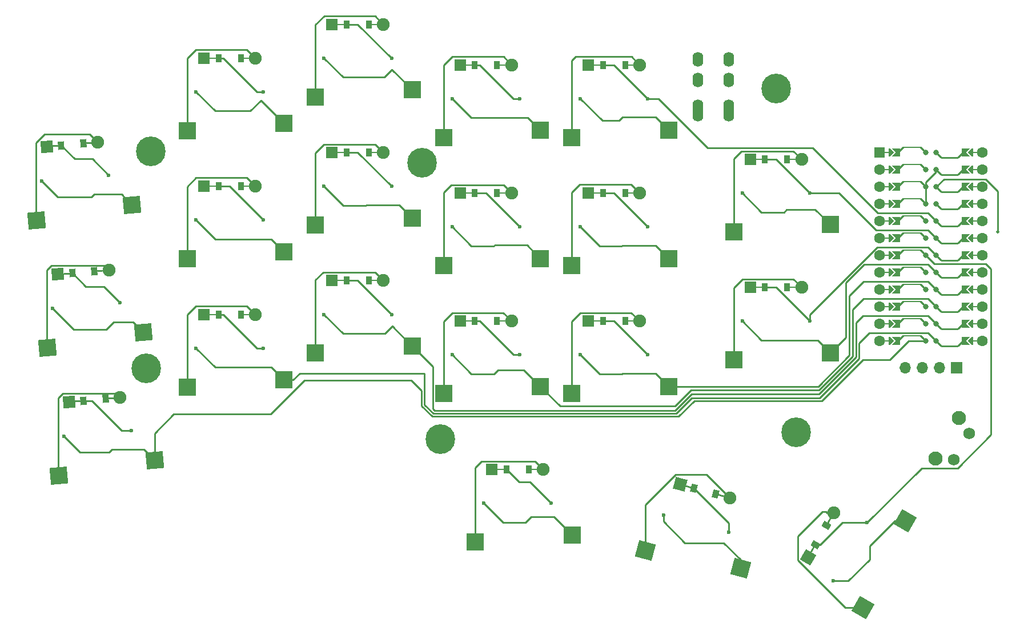
<source format=gbr>
%TF.GenerationSoftware,KiCad,Pcbnew,8.0.0*%
%TF.CreationDate,2024-03-23T03:27:30+01:00*%
%TF.ProjectId,cornish-v1.2,636f726e-6973-4682-9d76-312e322e6b69,v1.0.0*%
%TF.SameCoordinates,Original*%
%TF.FileFunction,Copper,L1,Top*%
%TF.FilePolarity,Positive*%
%FSLAX46Y46*%
G04 Gerber Fmt 4.6, Leading zero omitted, Abs format (unit mm)*
G04 Created by KiCad (PCBNEW 8.0.0) date 2024-03-23 03:27:30*
%MOMM*%
%LPD*%
G01*
G04 APERTURE LIST*
G04 Aperture macros list*
%AMRotRect*
0 Rectangle, with rotation*
0 The origin of the aperture is its center*
0 $1 length*
0 $2 width*
0 $3 Rotation angle, in degrees counterclockwise*
0 Add horizontal line*
21,1,$1,$2,0,0,$3*%
%AMFreePoly0*
4,1,37,1.124386,0.122598,1.169446,0.103934,1.203934,0.069446,1.222598,0.024386,1.222598,-0.024386,1.203934,-0.069446,1.169446,-0.103934,1.124386,-0.122598,0.000000,-0.125000,-0.024386,-0.122598,-0.052633,-0.110896,-0.062500,-0.108253,-0.064962,-0.105790,-0.069446,-0.103934,-0.103934,-0.069446,-0.105790,-0.064962,-0.108253,-0.062500,-0.110896,-0.052633,-0.122598,-0.024386,-0.122598,-0.008964,
-0.125000,0.000000,-0.122598,0.008964,-0.122598,0.024386,-0.110896,0.052633,-0.108253,0.062500,-0.105790,0.064962,-0.103934,0.069446,-0.069446,0.103934,-0.064962,0.105790,-0.062500,0.108253,-0.052633,0.110896,-0.024386,0.122598,-0.008841,0.122630,0.000000,0.125000,0.008703,0.122668,1.100000,0.125000,1.124386,0.122598,1.124386,0.122598,$1*%
%AMFreePoly1*
4,1,5,0.125000,-0.500000,-0.125000,-0.500000,-0.125000,0.500000,0.125000,0.500000,0.125000,-0.500000,0.125000,-0.500000,$1*%
%AMFreePoly2*
4,1,6,0.600000,0.200000,0.000000,-0.400000,-0.600000,0.200000,-0.600000,0.400000,0.600000,0.400000,0.600000,0.200000,0.600000,0.200000,$1*%
%AMFreePoly3*
4,1,6,0.600000,-0.250000,-0.600000,-0.250000,-0.600000,1.000000,0.000000,0.400000,0.600000,1.000000,0.600000,-0.250000,0.600000,-0.250000,$1*%
%AMFreePoly4*
4,1,45,0.069446,4.167933,0.854389,3.386388,0.869934,3.367446,0.888598,3.322386,0.891000,0.766000,0.888598,0.741614,0.869934,0.696554,0.088388,-0.088388,0.069446,-0.103933,0.064963,-0.105789,0.062500,-0.108253,0.052631,-0.110897,0.024387,-0.122598,0.008964,-0.122598,0.000000,-0.125000,-0.008964,-0.122598,-0.024387,-0.122598,-0.052631,-0.110897,-0.062500,-0.108253,-0.064963,-0.105789,
-0.069446,-0.103933,-0.103933,-0.069446,-0.105789,-0.064963,-0.108253,-0.062500,-0.110897,-0.052631,-0.122598,-0.024387,-0.122598,-0.008964,-0.125000,0.000000,-0.122598,0.008964,-0.122598,0.024387,-0.110897,0.052631,-0.108253,0.062500,-0.105789,0.064963,-0.103933,0.069446,0.643328,0.819956,0.641045,3.249334,-0.088388,3.975612,-0.103933,3.994554,-0.122598,4.039613,-0.122598,4.088387,
-0.103933,4.133446,-0.069446,4.167933,-0.024387,4.186598,0.024387,4.186598,0.069446,4.167933,0.069446,4.167933,$1*%
%AMFreePoly5*
4,1,45,0.069446,4.167933,0.850389,3.390388,0.865934,3.371446,0.884598,3.326386,0.887000,0.762000,0.884598,0.737613,0.865934,0.692554,0.088388,-0.088388,0.069446,-0.103933,0.064963,-0.105789,0.062500,-0.108253,0.052631,-0.110897,0.024387,-0.122598,0.008964,-0.122598,0.000000,-0.125000,-0.008964,-0.122598,-0.024387,-0.122598,-0.052631,-0.110897,-0.062500,-0.108253,-0.064963,-0.105789,
-0.069446,-0.103933,-0.103933,-0.069446,-0.105789,-0.064963,-0.108253,-0.062500,-0.110897,-0.052631,-0.122598,-0.024387,-0.122598,-0.008964,-0.125000,0.000000,-0.122598,0.008964,-0.122598,0.024387,-0.110897,0.052631,-0.108253,0.062500,-0.105789,0.064963,-0.103933,0.069446,0.639328,0.815955,0.637045,3.253333,-0.088388,3.975612,-0.103933,3.994554,-0.122598,4.039613,-0.122598,4.088387,
-0.103933,4.133446,-0.069446,4.167933,-0.024387,4.186598,0.024387,4.186598,0.069446,4.167933,0.069446,4.167933,$1*%
G04 Aperture macros list end*
%TA.AperFunction,ComponentPad*%
%ADD10R,1.778000X1.778000*%
%TD*%
%TA.AperFunction,SMDPad,CuDef*%
%ADD11FreePoly0,0.000000*%
%TD*%
%TA.AperFunction,SMDPad,CuDef*%
%ADD12R,0.900000X1.200000*%
%TD*%
%TA.AperFunction,ComponentPad*%
%ADD13C,1.905000*%
%TD*%
%TA.AperFunction,ComponentPad*%
%ADD14C,0.600000*%
%TD*%
%TA.AperFunction,SMDPad,CuDef*%
%ADD15R,2.550000X2.500000*%
%TD*%
%TA.AperFunction,ComponentPad*%
%ADD16RotRect,1.778000X1.778000X345.000000*%
%TD*%
%TA.AperFunction,SMDPad,CuDef*%
%ADD17FreePoly0,345.000000*%
%TD*%
%TA.AperFunction,SMDPad,CuDef*%
%ADD18RotRect,0.900000X1.200000X345.000000*%
%TD*%
%TA.AperFunction,ComponentPad*%
%ADD19O,1.600000X2.200000*%
%TD*%
%TA.AperFunction,SMDPad,CuDef*%
%ADD20RotRect,2.550000X2.500000X5.000000*%
%TD*%
%TA.AperFunction,SMDPad,CuDef*%
%ADD21RotRect,2.550000X2.500000X345.000000*%
%TD*%
%TA.AperFunction,ComponentPad*%
%ADD22C,1.600000*%
%TD*%
%TA.AperFunction,SMDPad,CuDef*%
%ADD23FreePoly1,270.000000*%
%TD*%
%TA.AperFunction,SMDPad,CuDef*%
%ADD24FreePoly2,270.000000*%
%TD*%
%TA.AperFunction,SMDPad,CuDef*%
%ADD25FreePoly2,90.000000*%
%TD*%
%TA.AperFunction,SMDPad,CuDef*%
%ADD26FreePoly1,90.000000*%
%TD*%
%TA.AperFunction,ComponentPad*%
%ADD27R,1.600000X1.600000*%
%TD*%
%TA.AperFunction,SMDPad,CuDef*%
%ADD28FreePoly3,270.000000*%
%TD*%
%TA.AperFunction,SMDPad,CuDef*%
%ADD29FreePoly4,270.000000*%
%TD*%
%TA.AperFunction,ComponentPad*%
%ADD30C,0.800000*%
%TD*%
%TA.AperFunction,SMDPad,CuDef*%
%ADD31FreePoly5,90.000000*%
%TD*%
%TA.AperFunction,SMDPad,CuDef*%
%ADD32FreePoly3,90.000000*%
%TD*%
%TA.AperFunction,ComponentPad*%
%ADD33RotRect,1.778000X1.778000X5.000000*%
%TD*%
%TA.AperFunction,SMDPad,CuDef*%
%ADD34FreePoly0,5.000000*%
%TD*%
%TA.AperFunction,SMDPad,CuDef*%
%ADD35RotRect,0.900000X1.200000X5.000000*%
%TD*%
%TA.AperFunction,ComponentPad*%
%ADD36C,0.700000*%
%TD*%
%TA.AperFunction,ComponentPad*%
%ADD37C,4.400000*%
%TD*%
%TA.AperFunction,ComponentPad*%
%ADD38RotRect,1.778000X1.778000X60.000000*%
%TD*%
%TA.AperFunction,SMDPad,CuDef*%
%ADD39FreePoly0,60.000000*%
%TD*%
%TA.AperFunction,SMDPad,CuDef*%
%ADD40RotRect,0.900000X1.200000X60.000000*%
%TD*%
%TA.AperFunction,ComponentPad*%
%ADD41C,2.100000*%
%TD*%
%TA.AperFunction,ComponentPad*%
%ADD42C,1.750000*%
%TD*%
%TA.AperFunction,SMDPad,CuDef*%
%ADD43RotRect,2.550000X2.500000X60.000000*%
%TD*%
%TA.AperFunction,ComponentPad*%
%ADD44R,1.700000X1.700000*%
%TD*%
%TA.AperFunction,ComponentPad*%
%ADD45O,1.700000X1.700000*%
%TD*%
%TA.AperFunction,ViaPad*%
%ADD46C,0.500000*%
%TD*%
%TA.AperFunction,Conductor*%
%ADD47C,0.250000*%
%TD*%
G04 APERTURE END LIST*
D10*
%TO.P,D12,1*%
%TO.N,P21*%
X198806126Y-101251688D03*
D11*
X199616126Y-101251688D03*
D12*
X200966126Y-101251688D03*
%TO.P,D12,2*%
%TO.N,index_top*%
X204266126Y-101251688D03*
D11*
X204516126Y-101251688D03*
D13*
X206426126Y-101251688D03*
%TD*%
D14*
%TO.P,REF\u002A\u002A,1*%
%TO.N,P15*%
X216616126Y-106251688D03*
%TD*%
D15*
%TO.P,S5,1*%
%TO.N,P10*%
X172686127Y-128951688D03*
%TO.P,S5,2*%
%TO.N,ring_home*%
X158346127Y-130001688D03*
%TD*%
D10*
%TO.P,D20,1*%
%TO.N,P20*%
X241806127Y-115251688D03*
D11*
X242616127Y-115251688D03*
D12*
X243966127Y-115251688D03*
%TO.P,D20,2*%
%TO.N,media_two*%
X247266127Y-115251688D03*
D11*
X247516127Y-115251688D03*
D13*
X249426127Y-115251688D03*
%TD*%
D14*
%TO.P,REF\u002A\u002A,1*%
%TO.N,P20*%
X226616126Y-125251688D03*
%TD*%
D10*
%TO.P,D13,1*%
%TO.N,P19*%
X217806126Y-139251688D03*
D11*
X218616126Y-139251688D03*
D12*
X219966126Y-139251688D03*
%TO.P,D13,2*%
%TO.N,index2_bottom*%
X223266126Y-139251688D03*
D11*
X223516126Y-139251688D03*
D13*
X225426126Y-139251688D03*
%TD*%
D14*
%TO.P,REF\u002A\u002A,1*%
%TO.N,P20*%
X207616126Y-125251688D03*
%TD*%
D15*
%TO.P,S20,1*%
%TO.N,P18*%
X253686126Y-124951688D03*
%TO.P,S20,2*%
%TO.N,media_two*%
X239346126Y-126001688D03*
%TD*%
D10*
%TO.P,D9,1*%
%TO.N,P21*%
X179806126Y-95251688D03*
D11*
X180616126Y-95251688D03*
D12*
X181966126Y-95251688D03*
%TO.P,D9,2*%
%TO.N,middle_top*%
X185266126Y-95251688D03*
D11*
X185516126Y-95251688D03*
D13*
X187426126Y-95251688D03*
%TD*%
D14*
%TO.P,REF\u002A\u002A,1*%
%TO.N,P20*%
X250616126Y-120251688D03*
%TD*%
D10*
%TO.P,D6,1*%
%TO.N,P21*%
X160806126Y-100251688D03*
D11*
X161616126Y-100251688D03*
D12*
X162966126Y-100251688D03*
%TO.P,D6,2*%
%TO.N,ring_top*%
X166266126Y-100251688D03*
D11*
X166516126Y-100251688D03*
D13*
X168426126Y-100251688D03*
%TD*%
D10*
%TO.P,D7,1*%
%TO.N,P19*%
X179806126Y-133251688D03*
D11*
X180616126Y-133251688D03*
D12*
X181966126Y-133251688D03*
%TO.P,D7,2*%
%TO.N,middle_bottom*%
X185266126Y-133251688D03*
D11*
X185516126Y-133251688D03*
D13*
X187426126Y-133251688D03*
%TD*%
D14*
%TO.P,REF\u002A\u002A,1*%
%TO.N,P16*%
X178616127Y-138251688D03*
%TD*%
D16*
%TO.P,D17,1*%
%TO.N,P4*%
X231398632Y-163472435D03*
D17*
X232181032Y-163682080D03*
D18*
X233485030Y-164031485D03*
%TO.P,D17,2*%
%TO.N,layer_cluster*%
X236672588Y-164885589D03*
D17*
X236914067Y-164950293D03*
D13*
X238758986Y-165444639D03*
%TD*%
D14*
%TO.P,REF\u002A\u002A,1*%
%TO.N,P19*%
X188616126Y-138251688D03*
%TD*%
%TO.P,REF\u002A\u002A,1*%
%TO.N,P9*%
X138395740Y-137396495D03*
%TD*%
%TO.P,REF\u002A\u002A,1*%
%TO.N,P18*%
X254128009Y-177785275D03*
%TD*%
D19*
%TO.P,TRRS1,1*%
%TO.N,GND*%
X234016126Y-108551688D03*
X238616126Y-108551688D03*
%TO.P,TRRS1,2*%
X234016126Y-107451688D03*
X238616126Y-107451687D03*
%TO.P,TRRS1,3*%
%TO.N,P1*%
X234016126Y-103451688D03*
X238616126Y-103451688D03*
%TO.P,TRRS1,4*%
%TO.N,VCC*%
X234016126Y-100451688D03*
X238616126Y-100451688D03*
%TD*%
D10*
%TO.P,D4,1*%
%TO.N,P19*%
X160806126Y-138251688D03*
D11*
X161616126Y-138251688D03*
D12*
X162966126Y-138251688D03*
%TO.P,D4,2*%
%TO.N,ring_bottom*%
X166266126Y-138251688D03*
D11*
X166516126Y-138251688D03*
D13*
X168426126Y-138251688D03*
%TD*%
D14*
%TO.P,REF\u002A\u002A,1*%
%TO.N,P21*%
X188616126Y-100251688D03*
%TD*%
D20*
%TO.P,S1,1*%
%TO.N,P9*%
X153481596Y-159867183D03*
%TO.P,S1,2*%
%TO.N,pinky_bottom*%
X139287677Y-162163001D03*
%TD*%
D10*
%TO.P,D5,1*%
%TO.N,P20*%
X160806126Y-119251688D03*
D11*
X161616126Y-119251688D03*
D12*
X162966126Y-119251688D03*
%TO.P,D5,2*%
%TO.N,ring_home*%
X166266126Y-119251688D03*
D11*
X166516126Y-119251688D03*
D13*
X168426126Y-119251688D03*
%TD*%
D21*
%TO.P,S17,1*%
%TO.N,P15*%
X240363286Y-175916687D03*
%TO.P,S17,2*%
%TO.N,layer_cluster*%
X226240150Y-173219444D03*
%TD*%
D10*
%TO.P,D15,1*%
%TO.N,P21*%
X217806126Y-101251688D03*
D11*
X218616126Y-101251688D03*
D12*
X219966126Y-101251688D03*
%TO.P,D15,2*%
%TO.N,index2_top*%
X223266126Y-101251688D03*
D11*
X223516126Y-101251688D03*
D13*
X225426126Y-101251688D03*
%TD*%
D10*
%TO.P,D16,1*%
%TO.N,P4*%
X203506126Y-161251688D03*
D11*
X204316126Y-161251688D03*
D12*
X205666126Y-161251688D03*
%TO.P,D16,2*%
%TO.N,mod_cluster*%
X208966126Y-161251688D03*
D11*
X209216126Y-161251688D03*
D13*
X211126126Y-161251688D03*
%TD*%
D14*
%TO.P,REF\u002A\u002A,1*%
%TO.N,P4*%
X238614343Y-170582261D03*
%TD*%
D22*
%TO.P,_41,*%
%TO.N,*%
X276236125Y-114281688D03*
D23*
X274966126Y-114281688D03*
D24*
X274458126Y-114281688D03*
D25*
X262774126Y-114281688D03*
D26*
X262266126Y-114281688D03*
D22*
X260996126Y-114281688D03*
D27*
X260996126Y-114281688D03*
D22*
X276236126Y-116821688D03*
D23*
X274966126Y-116821688D03*
D24*
X274458126Y-116821688D03*
D25*
X262774126Y-116821688D03*
D26*
X262266126Y-116821688D03*
D22*
X260996126Y-116821688D03*
X276236126Y-119361688D03*
D23*
X274966126Y-119361688D03*
D24*
X274458126Y-119361688D03*
D25*
X262774126Y-119361688D03*
D26*
X262266126Y-119361688D03*
D22*
X260996126Y-119361688D03*
X260996126Y-121901687D03*
X276236126Y-121901688D03*
D24*
X274458126Y-121901688D03*
D25*
X262774126Y-121901688D03*
D26*
X262266127Y-121901688D03*
D23*
X274966126Y-121901689D03*
D22*
X276236126Y-124441688D03*
D23*
X274966126Y-124441688D03*
D24*
X274458126Y-124441688D03*
D25*
X262774125Y-124441688D03*
D26*
X262266126Y-124441688D03*
D22*
X260996126Y-124441688D03*
X276236126Y-126981688D03*
D23*
X274966126Y-126981688D03*
D24*
X274458126Y-126981688D03*
D25*
X262774126Y-126981688D03*
D26*
X262266126Y-126981688D03*
D22*
X260996126Y-126981688D03*
X276236126Y-129521688D03*
D23*
X274966126Y-129521688D03*
D24*
X274458126Y-129521688D03*
D25*
X262774126Y-129521688D03*
D26*
X262266126Y-129521688D03*
D22*
X260996126Y-129521688D03*
X276236126Y-132061688D03*
D23*
X274966126Y-132061688D03*
D24*
X274458127Y-132061688D03*
D25*
X262774126Y-132061688D03*
D26*
X262266126Y-132061688D03*
D22*
X260996126Y-132061688D03*
D26*
X262266126Y-134601687D03*
D23*
X274966125Y-134601688D03*
D24*
X274458126Y-134601688D03*
D25*
X262774126Y-134601688D03*
D22*
X260996126Y-134601688D03*
X276236126Y-134601689D03*
X276236126Y-137141688D03*
D23*
X274966126Y-137141688D03*
D24*
X274458126Y-137141688D03*
D25*
X262774126Y-137141688D03*
D26*
X262266126Y-137141688D03*
D22*
X260996126Y-137141688D03*
X276236126Y-139681688D03*
D23*
X274966126Y-139681688D03*
D24*
X274458126Y-139681688D03*
D25*
X262774126Y-139681688D03*
D26*
X262266126Y-139681688D03*
D22*
X260996126Y-139681688D03*
X276236126Y-142221688D03*
D23*
X274966126Y-142221688D03*
D24*
X274458126Y-142221688D03*
D25*
X262774126Y-142221688D03*
D26*
X262266126Y-142221688D03*
D22*
X260996127Y-142221688D03*
D28*
%TO.P,_41,1*%
%TO.N,RAW*%
X273442126Y-114281688D03*
D29*
X269378126Y-114281688D03*
D30*
X269378126Y-114281688D03*
D28*
%TO.P,_41,2*%
%TO.N,GND*%
X273442126Y-116821688D03*
D29*
X269378126Y-116821688D03*
D30*
X269378126Y-116821688D03*
D28*
%TO.P,_41,3*%
%TO.N,RST*%
X273442126Y-119361688D03*
D29*
X269378126Y-119361688D03*
D30*
X269378126Y-119361688D03*
D28*
%TO.P,_41,4*%
%TO.N,VCC*%
X273442126Y-121901688D03*
D29*
X269378126Y-121901689D03*
D30*
X269378126Y-121901689D03*
D28*
%TO.P,_41,5*%
%TO.N,P21*%
X273442126Y-124441688D03*
D29*
X269378126Y-124441688D03*
D30*
X269378126Y-124441688D03*
D28*
%TO.P,_41,6*%
%TO.N,P20*%
X273442126Y-126981688D03*
D29*
X269378126Y-126981688D03*
D30*
X269378126Y-126981688D03*
D28*
%TO.P,_41,7*%
%TO.N,P19*%
X273442126Y-129521688D03*
D29*
X269378126Y-129521688D03*
D30*
X269378126Y-129521688D03*
D28*
%TO.P,_41,8*%
%TO.N,P18*%
X273442126Y-132061688D03*
D29*
X269378126Y-132061688D03*
D30*
X269378126Y-132061688D03*
D28*
%TO.P,_41,9*%
%TO.N,P15*%
X273442126Y-134601688D03*
D29*
X269378127Y-134601688D03*
D30*
X269378127Y-134601688D03*
D28*
%TO.P,_41,10*%
%TO.N,P14*%
X273442126Y-137141688D03*
D29*
X269378126Y-137141688D03*
D30*
X269378126Y-137141688D03*
D28*
%TO.P,_41,11*%
%TO.N,P16*%
X273442126Y-139681688D03*
D29*
X269378126Y-139681688D03*
D30*
X269378126Y-139681688D03*
D29*
%TO.P,_41,12*%
%TO.N,P10*%
X269378126Y-142221688D03*
D30*
X269378126Y-142221688D03*
D28*
X273442126Y-142221689D03*
D31*
%TO.P,_41,13*%
%TO.N,P9*%
X267854126Y-142221688D03*
D30*
X267854126Y-142221688D03*
D32*
X263790126Y-142221688D03*
D31*
%TO.P,_41,14*%
%TO.N,P8*%
X267854126Y-139681688D03*
D30*
X267854126Y-139681688D03*
D32*
X263790126Y-139681688D03*
D31*
%TO.P,_41,15*%
%TO.N,P7*%
X267854126Y-137141688D03*
D30*
X267854126Y-137141688D03*
D32*
X263790126Y-137141688D03*
D31*
%TO.P,_41,16*%
%TO.N,P6*%
X267854126Y-134601687D03*
D30*
X267854126Y-134601687D03*
D32*
X263790126Y-134601688D03*
D31*
%TO.P,_41,17*%
%TO.N,P5*%
X267854126Y-132061688D03*
D30*
X267854126Y-132061688D03*
D32*
X263790126Y-132061688D03*
D31*
%TO.P,_41,18*%
%TO.N,P4*%
X267854126Y-129521688D03*
D30*
X267854126Y-129521688D03*
D32*
X263790126Y-129521688D03*
D31*
%TO.P,_41,19*%
%TO.N,P3*%
X267854126Y-126981688D03*
D30*
X267854126Y-126981688D03*
D32*
X263790126Y-126981688D03*
D31*
%TO.P,_41,20*%
%TO.N,P2*%
X267854126Y-124441688D03*
D30*
X267854126Y-124441688D03*
D32*
X263790126Y-124441688D03*
D31*
%TO.P,_41,21*%
%TO.N,GND*%
X267854125Y-121901688D03*
D30*
X267854125Y-121901688D03*
D32*
X263790126Y-121901688D03*
D31*
%TO.P,_41,22*%
X267854126Y-119361688D03*
D30*
X267854126Y-119361688D03*
D32*
X263790126Y-119361688D03*
D31*
%TO.P,_41,23*%
%TO.N,P0*%
X267854126Y-116821688D03*
D30*
X267854126Y-116821688D03*
D32*
X263790126Y-116821688D03*
%TO.P,_41,24*%
%TO.N,P1*%
X263790126Y-114281687D03*
D31*
X267854126Y-114281688D03*
D30*
X267854126Y-114281688D03*
%TD*%
D14*
%TO.P,REF\u002A\u002A,1*%
%TO.N,P10*%
X159616127Y-105251688D03*
%TD*%
D33*
%TO.P,D1,1*%
%TO.N,P19*%
X140801392Y-151239505D03*
D34*
X141608310Y-151168910D03*
D35*
X142953173Y-151051249D03*
%TO.P,D1,2*%
%TO.N,pinky_bottom*%
X146240615Y-150763635D03*
D34*
X146489664Y-150741846D03*
D13*
X148392396Y-150575379D03*
%TD*%
D14*
%TO.P,REF\u002A\u002A,1*%
%TO.N,P4*%
X212316126Y-166251688D03*
%TD*%
%TO.P,REF\u002A\u002A,1*%
%TO.N,P19*%
X150013647Y-155452636D03*
%TD*%
%TO.P,REF\u002A\u002A,1*%
%TO.N,P19*%
X169616126Y-143251688D03*
%TD*%
%TO.P,REF\u002A\u002A,1*%
%TO.N,P14*%
X202316126Y-166251688D03*
%TD*%
D10*
%TO.P,D10,1*%
%TO.N,P19*%
X198806126Y-139251688D03*
D11*
X199616126Y-139251688D03*
D12*
X200966126Y-139251688D03*
%TO.P,D10,2*%
%TO.N,index_bottom*%
X204266126Y-139251688D03*
D11*
X204516126Y-139251688D03*
D13*
X206426126Y-139251688D03*
%TD*%
D14*
%TO.P,REF\u002A\u002A,1*%
%TO.N,P14*%
X197616126Y-125251688D03*
%TD*%
%TO.P,REF\u002A\u002A,1*%
%TO.N,P21*%
X169616126Y-105251688D03*
%TD*%
%TO.P,REF\u002A\u002A,1*%
%TO.N,P15*%
X216616126Y-125251688D03*
%TD*%
D15*
%TO.P,S4,1*%
%TO.N,P10*%
X172686127Y-147951688D03*
%TO.P,S4,2*%
%TO.N,ring_bottom*%
X158346127Y-149001688D03*
%TD*%
D14*
%TO.P,REF\u002A\u002A,1*%
%TO.N,P10*%
X159616127Y-124251688D03*
%TD*%
%TO.P,REF\u002A\u002A,1*%
%TO.N,P18*%
X240616126Y-120251688D03*
%TD*%
D15*
%TO.P,S8,1*%
%TO.N,P16*%
X191686127Y-123951688D03*
%TO.P,S8,2*%
%TO.N,middle_home*%
X177346127Y-125001688D03*
%TD*%
D14*
%TO.P,REF\u002A\u002A,1*%
%TO.N,P9*%
X140051700Y-156324194D03*
%TD*%
%TO.P,REF\u002A\u002A,1*%
%TO.N,P19*%
X226616126Y-144251688D03*
%TD*%
D15*
%TO.P,S12,1*%
%TO.N,P14*%
X210686126Y-110951688D03*
%TO.P,S12,2*%
%TO.N,index_top*%
X196346126Y-112001688D03*
%TD*%
D36*
%TO.P,_46,*%
%TO.N,*%
X194166126Y-156751688D03*
X194649400Y-155584962D03*
X194649400Y-157918414D03*
X195816126Y-155101688D03*
D37*
X195816126Y-156751688D03*
D36*
X195816126Y-158401688D03*
X196982852Y-155584962D03*
X196982852Y-157918414D03*
X197466126Y-156751688D03*
%TD*%
%TO.P,_44,*%
%TO.N,*%
X150574108Y-146369224D03*
X151157229Y-147489390D03*
X150953856Y-145164817D03*
X152074022Y-144581696D03*
D37*
X152217829Y-146225417D03*
D36*
X152361636Y-147869138D03*
X153481802Y-147286017D03*
X153278429Y-144961444D03*
X153861550Y-146081610D03*
%TD*%
D10*
%TO.P,D11,1*%
%TO.N,P20*%
X198806126Y-120251688D03*
D11*
X199616126Y-120251688D03*
D12*
X200966126Y-120251688D03*
%TO.P,D11,2*%
%TO.N,index_home*%
X204266126Y-120251688D03*
D11*
X204516126Y-120251688D03*
D13*
X206426126Y-120251688D03*
%TD*%
D15*
%TO.P,S15,1*%
%TO.N,P15*%
X229686126Y-110951688D03*
%TO.P,S15,2*%
%TO.N,index2_top*%
X215346126Y-112001688D03*
%TD*%
D14*
%TO.P,REF\u002A\u002A,1*%
%TO.N,P19*%
X207616126Y-144251688D03*
%TD*%
D10*
%TO.P,D19,1*%
%TO.N,P19*%
X241806127Y-134251688D03*
D11*
X242616127Y-134251688D03*
D12*
X243966127Y-134251688D03*
%TO.P,D19,2*%
%TO.N,media_one*%
X247266127Y-134251688D03*
D11*
X247516127Y-134251688D03*
D13*
X249426127Y-134251688D03*
%TD*%
D15*
%TO.P,S13,1*%
%TO.N,P15*%
X229686126Y-148951688D03*
%TO.P,S13,2*%
%TO.N,index2_bottom*%
X215346126Y-150001688D03*
%TD*%
%TO.P,S19,1*%
%TO.N,P18*%
X253686126Y-143951688D03*
%TO.P,S19,2*%
%TO.N,media_one*%
X239346126Y-145001688D03*
%TD*%
D38*
%TO.P,D18,1*%
%TO.N,P4*%
X250392882Y-174254705D03*
D39*
X250797882Y-173553225D03*
D40*
X251472882Y-172384091D03*
%TO.P,D18,2*%
%TO.N,space_cluster*%
X253122882Y-169526207D03*
D39*
X253247882Y-169309701D03*
D13*
X254202882Y-167655593D03*
%TD*%
D36*
%TO.P,_47,*%
%TO.N,*%
X243966126Y-104751688D03*
X244449400Y-103584962D03*
X244449400Y-105918414D03*
X245616126Y-103101688D03*
D37*
X245616126Y-104751688D03*
D36*
X245616126Y-106401688D03*
X246782852Y-103584962D03*
X246782852Y-105918414D03*
X247266126Y-104751688D03*
%TD*%
D14*
%TO.P,REF\u002A\u002A,1*%
%TO.N,P21*%
X146701728Y-117597238D03*
%TD*%
D15*
%TO.P,S6,1*%
%TO.N,P10*%
X172686126Y-109951688D03*
%TO.P,S6,2*%
%TO.N,ring_top*%
X158346126Y-111001688D03*
%TD*%
%TO.P,S7,1*%
%TO.N,P16*%
X191686127Y-142951688D03*
%TO.P,S7,2*%
%TO.N,middle_bottom*%
X177346127Y-144001688D03*
%TD*%
%TO.P,S9,1*%
%TO.N,P16*%
X191686127Y-104951688D03*
%TO.P,S9,2*%
%TO.N,middle_top*%
X177346127Y-106001688D03*
%TD*%
D14*
%TO.P,REF\u002A\u002A,1*%
%TO.N,P20*%
X188616126Y-119251688D03*
%TD*%
%TO.P,REF\u002A\u002A,1*%
%TO.N,P19*%
X250616126Y-139251688D03*
%TD*%
%TO.P,REF\u002A\u002A,1*%
%TO.N,P4*%
X259128009Y-169125021D03*
%TD*%
%TO.P,REF\u002A\u002A,1*%
%TO.N,P15*%
X216616126Y-144251688D03*
%TD*%
D33*
%TO.P,D2,1*%
%TO.N,P20*%
X139145433Y-132311805D03*
D34*
X139952351Y-132241210D03*
D35*
X141297214Y-132123549D03*
%TO.P,D2,2*%
%TO.N,pinky_home*%
X144584656Y-131835935D03*
D34*
X144833705Y-131814146D03*
D13*
X146736437Y-131647679D03*
%TD*%
D10*
%TO.P,D14,1*%
%TO.N,P20*%
X217806126Y-120251688D03*
D11*
X218616126Y-120251688D03*
D12*
X219966126Y-120251688D03*
%TO.P,D14,2*%
%TO.N,index2_home*%
X223266126Y-120251688D03*
D11*
X223516126Y-120251688D03*
D13*
X225426126Y-120251688D03*
%TD*%
D14*
%TO.P,REF\u002A\u002A,1*%
%TO.N,P9*%
X136739781Y-118468796D03*
%TD*%
%TO.P,REF\u002A\u002A,1*%
%TO.N,P14*%
X197616126Y-144251688D03*
%TD*%
%TO.P,REF\u002A\u002A,1*%
%TO.N,P18*%
X240616126Y-139251688D03*
%TD*%
%TO.P,REF\u002A\u002A,1*%
%TO.N,P21*%
X226616126Y-106251688D03*
%TD*%
%TO.P,REF\u002A\u002A,1*%
%TO.N,P14*%
X197616126Y-106251688D03*
%TD*%
%TO.P,REF\u002A\u002A,1*%
%TO.N,P16*%
X178616127Y-119251688D03*
%TD*%
D36*
%TO.P,_48,*%
%TO.N,*%
X246966126Y-155751688D03*
X247449400Y-154584962D03*
X247449400Y-156918414D03*
X248616126Y-154101688D03*
D37*
X248616126Y-155751688D03*
D36*
X248616126Y-157401688D03*
X249782852Y-154584962D03*
X249782852Y-156918414D03*
X250266126Y-155751688D03*
%TD*%
D15*
%TO.P,S10,1*%
%TO.N,P14*%
X210686126Y-148951688D03*
%TO.P,S10,2*%
%TO.N,index_bottom*%
X196346126Y-150001688D03*
%TD*%
%TO.P,S16,1*%
%TO.N,P14*%
X215386126Y-170951688D03*
%TO.P,S16,2*%
%TO.N,mod_cluster*%
X201046126Y-172001688D03*
%TD*%
D41*
%TO.P,_42,*%
%TO.N,*%
X272725772Y-153593009D03*
X269220772Y-159663846D03*
D42*
%TO.P,_42,1*%
%TO.N,GND*%
X274257174Y-155920539D03*
%TO.P,_42,2*%
%TO.N,RST*%
X272007175Y-159817653D03*
%TD*%
D20*
%TO.P,S3,1*%
%TO.N,P9*%
X150169678Y-122011785D03*
%TO.P,S3,2*%
%TO.N,pinky_top*%
X135975759Y-124307603D03*
%TD*%
D14*
%TO.P,REF\u002A\u002A,1*%
%TO.N,P20*%
X148357688Y-136524937D03*
%TD*%
%TO.P,REF\u002A\u002A,1*%
%TO.N,P20*%
X169616126Y-124251688D03*
%TD*%
D20*
%TO.P,S2,1*%
%TO.N,P9*%
X151825637Y-140939485D03*
%TO.P,S2,2*%
%TO.N,pinky_home*%
X137631718Y-143235303D03*
%TD*%
D10*
%TO.P,D8,1*%
%TO.N,P20*%
X179806126Y-114251688D03*
D11*
X180616126Y-114251688D03*
D12*
X181966126Y-114251688D03*
%TO.P,D8,2*%
%TO.N,middle_home*%
X185266126Y-114251688D03*
D11*
X185516126Y-114251688D03*
D13*
X187426126Y-114251688D03*
%TD*%
D14*
%TO.P,REF\u002A\u002A,1*%
%TO.N,P10*%
X159616126Y-143251687D03*
%TD*%
D43*
%TO.P,S18,1*%
%TO.N,P18*%
X264733328Y-168816323D03*
%TO.P,S18,2*%
%TO.N,space_cluster*%
X258472655Y-181760128D03*
%TD*%
D33*
%TO.P,D3,1*%
%TO.N,P21*%
X137489474Y-113384107D03*
D34*
X138296392Y-113313512D03*
D35*
X139641255Y-113195851D03*
%TO.P,D3,2*%
%TO.N,pinky_top*%
X142928697Y-112908237D03*
D34*
X143177746Y-112886448D03*
D13*
X145080478Y-112719981D03*
%TD*%
D36*
%TO.P,_45,*%
%TO.N,*%
X191466127Y-115751688D03*
X191949401Y-114584962D03*
X191949401Y-116918414D03*
X193116127Y-114101688D03*
D37*
X193116127Y-115751688D03*
D36*
X193116127Y-117401688D03*
X194282853Y-114584962D03*
X194282853Y-116918414D03*
X194766127Y-115751688D03*
%TD*%
D15*
%TO.P,S14,1*%
%TO.N,P15*%
X229686126Y-129951688D03*
%TO.P,S14,2*%
%TO.N,index2_home*%
X215346126Y-131001688D03*
%TD*%
D36*
%TO.P,_43,*%
%TO.N,*%
X151271806Y-114185948D03*
X151854927Y-115306114D03*
X151651554Y-112981541D03*
X152771720Y-112398420D03*
D37*
X152915527Y-114042141D03*
D36*
X153059334Y-115685862D03*
X154179500Y-115102741D03*
X153976127Y-112778168D03*
X154559248Y-113898334D03*
%TD*%
D15*
%TO.P,S11,1*%
%TO.N,P14*%
X210686126Y-129951688D03*
%TO.P,S11,2*%
%TO.N,index_home*%
X196346126Y-131001688D03*
%TD*%
D14*
%TO.P,REF\u002A\u002A,1*%
%TO.N,P21*%
X207616126Y-106251688D03*
%TD*%
%TO.P,REF\u002A\u002A,1*%
%TO.N,P15*%
X228955085Y-167994071D03*
%TD*%
D44*
%TO.P,OLED1,1*%
%TO.N,GND*%
X272416127Y-146151688D03*
D45*
%TO.P,OLED1,2*%
%TO.N,VCC*%
X269876126Y-146151688D03*
%TO.P,OLED1,3*%
%TO.N,P3*%
X267336126Y-146151688D03*
%TO.P,OLED1,4*%
%TO.N,P2*%
X264796126Y-146151688D03*
%TD*%
D14*
%TO.P,REF\u002A\u002A,1*%
%TO.N,P16*%
X178616127Y-100251688D03*
%TD*%
D46*
%TO.N,RST*%
X278500000Y-125975000D03*
%TD*%
D47*
%TO.N,GND*%
X267854126Y-119361688D02*
X267854125Y-121901688D01*
X269378126Y-116821688D02*
X269378126Y-117121874D01*
X269378126Y-117121874D02*
X267854126Y-118645874D01*
X267854126Y-118645874D02*
X267854126Y-119361688D01*
%TO.N,RST*%
X278500000Y-125975000D02*
X278500000Y-120034571D01*
X278500000Y-120034571D02*
X276702117Y-118236688D01*
X276702117Y-118236688D02*
X270503126Y-118236688D01*
X270503126Y-118236688D02*
X269378126Y-119361688D01*
%TO.N,P9*%
X231186396Y-153400000D02*
X233500000Y-151086396D01*
X193050000Y-149513755D02*
X193050000Y-151822792D01*
X156330297Y-153049271D02*
X170695702Y-153049271D01*
X175744973Y-148000000D02*
X191536245Y-148000000D01*
X153481596Y-159867183D02*
X153481596Y-155897972D01*
X170695702Y-153049271D02*
X175744973Y-148000000D01*
X194627208Y-153400000D02*
X231186396Y-153400000D01*
X193050000Y-151822792D02*
X194627208Y-153400000D01*
X233500000Y-151086396D02*
X252413604Y-151086396D01*
X153481596Y-155897972D02*
X156330297Y-153049271D01*
X191536245Y-148000000D02*
X193050000Y-149513755D01*
X258500000Y-145000000D02*
X262500000Y-145000000D01*
X252413604Y-151086396D02*
X258500000Y-145000000D01*
X262500000Y-145000000D02*
X265278312Y-142221688D01*
X265278312Y-142221688D02*
X267854126Y-142221688D01*
%TO.N,P10*%
X252085606Y-150636396D02*
X257950000Y-144772002D01*
X233136396Y-150636396D02*
X252085606Y-150636396D01*
X174048312Y-147951688D02*
X175000000Y-147000000D01*
X172686127Y-147951688D02*
X174048312Y-147951688D01*
X257950000Y-144772002D02*
X257950000Y-142500000D01*
X194813604Y-152950000D02*
X230822792Y-152950000D01*
X257950000Y-142500000D02*
X259445312Y-141004688D01*
X175000000Y-147000000D02*
X193500000Y-147000000D01*
X193500000Y-147000000D02*
X193500000Y-151636396D01*
X193500000Y-151636396D02*
X194813604Y-152950000D01*
X230822792Y-152950000D02*
X233136396Y-150636396D01*
X259445312Y-141004688D02*
X268161126Y-141004688D01*
X268161126Y-141004688D02*
X269378126Y-142221688D01*
%TO.N,P16*%
X191686127Y-142951688D02*
X194746126Y-146011687D01*
X252017408Y-150068198D02*
X257500000Y-144585606D01*
X268161126Y-138464688D02*
X269378126Y-139681688D01*
X194746126Y-146011687D02*
X194746126Y-152246126D01*
X257500000Y-144585606D02*
X257500000Y-139500000D01*
X194746126Y-152246126D02*
X195000000Y-152500000D01*
X195000000Y-152500000D02*
X230636396Y-152500000D01*
X230636396Y-152500000D02*
X233068198Y-150068198D01*
X233068198Y-150068198D02*
X252017408Y-150068198D01*
X257500000Y-139500000D02*
X258535312Y-138464688D01*
X258535312Y-138464688D02*
X268161126Y-138464688D01*
%TO.N,P10*%
X172686127Y-147951688D02*
X173042538Y-147595277D01*
%TO.N,P14*%
X251949210Y-149500000D02*
X257000000Y-144449210D01*
X233000000Y-149500000D02*
X251949210Y-149500000D01*
X210686126Y-148951688D02*
X213611126Y-151876688D01*
X257000000Y-137500000D02*
X258575312Y-135924688D01*
X213611126Y-151876688D02*
X230623312Y-151876688D01*
X257000000Y-144449210D02*
X257000000Y-137500000D01*
X230623312Y-151876688D02*
X233000000Y-149500000D01*
X258575312Y-135924688D02*
X268161126Y-135924688D01*
X268161126Y-135924688D02*
X269378126Y-137141688D01*
%TO.N,P15*%
X256500000Y-144312814D02*
X256500000Y-135500000D01*
X251861126Y-148951688D02*
X256500000Y-144312814D01*
X256500000Y-135500000D02*
X258615313Y-133384687D01*
X229686126Y-148951688D02*
X251861126Y-148951688D01*
X258615313Y-133384687D02*
X268161126Y-133384687D01*
X268161126Y-133384687D02*
X269378127Y-134601688D01*
%TO.N,P18*%
X253686126Y-143951688D02*
X256000000Y-141637814D01*
X268161126Y-130844688D02*
X269378126Y-132061688D01*
X256000000Y-141637814D02*
X256000000Y-133563219D01*
X256000000Y-133563219D02*
X258718531Y-130844688D01*
X258718531Y-130844688D02*
X268161126Y-130844688D01*
%TO.N,P4*%
X259128009Y-169125021D02*
X267214184Y-161038846D01*
X267214184Y-161038846D02*
X272565319Y-161038846D01*
X272565319Y-161038846D02*
X277500000Y-156104165D01*
X277500000Y-156104165D02*
X277500000Y-131500000D01*
X277500000Y-131500000D02*
X276742689Y-130742689D01*
X276742689Y-130742689D02*
X269075127Y-130742689D01*
X269075127Y-130742689D02*
X267854126Y-129521688D01*
%TO.N,P19*%
X250616126Y-139251688D02*
X250616126Y-138310697D01*
X250616126Y-138310697D02*
X260622135Y-128304688D01*
X260622135Y-128304688D02*
X268161126Y-128304688D01*
X268161126Y-128304688D02*
X269378126Y-129521688D01*
%TO.N,P20*%
X250616126Y-120251688D02*
X254925135Y-120251688D01*
X254925135Y-120251688D02*
X260438135Y-125764688D01*
X260438135Y-125764688D02*
X268161126Y-125764688D01*
X268161126Y-125764688D02*
X269378126Y-126981688D01*
%TO.N,P21*%
X226616126Y-106251688D02*
X228161126Y-106251688D01*
X228161126Y-106251688D02*
X235497126Y-113587688D01*
X235497126Y-113587688D02*
X251091136Y-113587688D01*
X260728136Y-123224688D02*
X268161126Y-123224688D01*
X251091136Y-113587688D02*
X260728136Y-123224688D01*
X268161126Y-123224688D02*
X269378126Y-124441688D01*
%TO.N,media_two*%
X239346126Y-126001688D02*
X239341126Y-125996688D01*
X248212127Y-114037688D02*
X249426127Y-115251688D01*
X239341126Y-125996688D02*
X239341126Y-115158874D01*
X239341126Y-115158874D02*
X240462312Y-114037688D01*
X240462312Y-114037688D02*
X248212127Y-114037688D01*
%TO.N,P18*%
X253686126Y-124951688D02*
X251429286Y-122694848D01*
X251429286Y-122694848D02*
X247194848Y-122694848D01*
X243460026Y-123095588D02*
X240616126Y-120251688D01*
X247194848Y-122694848D02*
X246794108Y-123095588D01*
X246794108Y-123095588D02*
X243460026Y-123095588D01*
%TO.N,media_one*%
X239346126Y-145001688D02*
X239341126Y-144996688D01*
X239341126Y-134288689D02*
X240629815Y-133000000D01*
X239341126Y-144996688D02*
X239341126Y-134288689D01*
X240629815Y-133000000D02*
X248174439Y-133000000D01*
X248174439Y-133000000D02*
X249426127Y-134251688D01*
%TO.N,P18*%
X253686126Y-143951688D02*
X251811126Y-142076688D01*
X246794108Y-142095588D02*
X243460026Y-142095588D01*
X251811126Y-142076688D02*
X246813008Y-142076688D01*
X243460026Y-142095588D02*
X240616126Y-139251688D01*
X246813008Y-142076688D02*
X246794108Y-142095588D01*
%TO.N,space_cluster*%
X248853485Y-171146515D02*
X252500000Y-167500000D01*
X255898891Y-181760128D02*
X248853485Y-174714722D01*
X258472655Y-181760128D02*
X255898891Y-181760128D01*
X248853485Y-174714722D02*
X248853485Y-171146515D01*
X253000000Y-167500000D02*
X253155593Y-167655593D01*
X252500000Y-167500000D02*
X253000000Y-167500000D01*
X253155593Y-167655593D02*
X254202882Y-167655593D01*
%TO.N,P18*%
X264733328Y-168816323D02*
X263289952Y-168816323D01*
X256319764Y-177785275D02*
X254128009Y-177785275D01*
X263289952Y-168816323D02*
X259500000Y-172606275D01*
X259500000Y-174605039D02*
X256319764Y-177785275D01*
X259500000Y-172606275D02*
X259500000Y-174605039D01*
%TO.N,P15*%
X240363286Y-175916687D02*
X240363286Y-174622592D01*
X240363286Y-174622592D02*
X237872760Y-172132066D01*
X237872760Y-172132066D02*
X232132066Y-172132066D01*
X232132066Y-172132066D02*
X228955085Y-168955085D01*
X228955085Y-168955085D02*
X228955085Y-167994071D01*
%TO.N,layer_cluster*%
X226240150Y-173219444D02*
X226240150Y-166453881D01*
X235314347Y-162000000D02*
X238758986Y-165444639D01*
X226240150Y-166453881D02*
X230694031Y-162000000D01*
X230694031Y-162000000D02*
X235314347Y-162000000D01*
%TO.N,P15*%
X229686126Y-148951688D02*
X227734438Y-147000000D01*
X222889696Y-147000000D02*
X222794108Y-147095588D01*
X219460026Y-147095588D02*
X216616126Y-144251688D01*
X227734438Y-147000000D02*
X222889696Y-147000000D01*
X222794108Y-147095588D02*
X219460026Y-147095588D01*
%TO.N,index2_bottom*%
X215346126Y-150001688D02*
X215341126Y-149996688D01*
X215341126Y-149996688D02*
X215341126Y-139288688D01*
X215341126Y-139288688D02*
X216629814Y-138000000D01*
X216629814Y-138000000D02*
X224174438Y-138000000D01*
X224174438Y-138000000D02*
X225426126Y-139251688D01*
%TO.N,P15*%
X229686126Y-129951688D02*
X227811126Y-128076688D01*
X227811126Y-128076688D02*
X222813008Y-128076688D01*
X222813008Y-128076688D02*
X222794108Y-128095588D01*
X219460026Y-128095588D02*
X216616126Y-125251688D01*
X222794108Y-128095588D02*
X219460026Y-128095588D01*
%TO.N,index2_home*%
X215346126Y-131001688D02*
X215341126Y-130996688D01*
X215341126Y-130996688D02*
X215341126Y-120158874D01*
X224174438Y-119000000D02*
X225426126Y-120251688D01*
X215341126Y-120158874D02*
X216500000Y-119000000D01*
X216500000Y-119000000D02*
X224174438Y-119000000D01*
%TO.N,P15*%
X229686126Y-110951688D02*
X227734438Y-109000000D01*
X219864438Y-109500000D02*
X216616126Y-106251688D01*
X227734438Y-109000000D02*
X222889696Y-109000000D01*
X222389696Y-109500000D02*
X219864438Y-109500000D01*
X222889696Y-109000000D02*
X222389696Y-109500000D01*
%TO.N,index2_top*%
X215346126Y-112001688D02*
X215341126Y-111996688D01*
X215341126Y-111996688D02*
X215341126Y-100610562D01*
X215341126Y-100610562D02*
X215914000Y-100037688D01*
X215914000Y-100037688D02*
X224212126Y-100037688D01*
X224212126Y-100037688D02*
X225426126Y-101251688D01*
%TO.N,mod_cluster*%
X201046126Y-172001688D02*
X201041126Y-171996688D01*
X201962312Y-160037688D02*
X209912126Y-160037688D01*
X201041126Y-171996688D02*
X201041126Y-160958874D01*
X201041126Y-160958874D02*
X201962312Y-160037688D01*
X209912126Y-160037688D02*
X211126126Y-161251688D01*
%TO.N,P14*%
X215386126Y-170951688D02*
X212729286Y-168294848D01*
X209294848Y-168294848D02*
X208494108Y-169095588D01*
X208494108Y-169095588D02*
X205160026Y-169095588D01*
X212729286Y-168294848D02*
X209294848Y-168294848D01*
X205160026Y-169095588D02*
X202316126Y-166251688D01*
%TO.N,index_bottom*%
X196346126Y-150001688D02*
X196341126Y-149996688D01*
X196341126Y-139288688D02*
X197629814Y-138000000D01*
X196341126Y-149996688D02*
X196341126Y-139288688D01*
X197629814Y-138000000D02*
X205174438Y-138000000D01*
X205174438Y-138000000D02*
X206426126Y-139251688D01*
%TO.N,P14*%
X210686126Y-148951688D02*
X208234438Y-146500000D01*
X208234438Y-146500000D02*
X204389696Y-146500000D01*
X204389696Y-146500000D02*
X203794108Y-147095588D01*
X200460026Y-147095588D02*
X197616126Y-144251688D01*
X203794108Y-147095588D02*
X200460026Y-147095588D01*
%TO.N,index_home*%
X196346126Y-131001688D02*
X196341126Y-130996688D01*
X197462312Y-119037688D02*
X205212126Y-119037688D01*
X196341126Y-130996688D02*
X196341126Y-120158874D01*
X196341126Y-120158874D02*
X197462312Y-119037688D01*
X205212126Y-119037688D02*
X206426126Y-120251688D01*
%TO.N,P14*%
X210686126Y-129951688D02*
X208734438Y-128000000D01*
X208734438Y-128000000D02*
X203889696Y-128000000D01*
X203889696Y-128000000D02*
X203794108Y-128095588D01*
X203794108Y-128095588D02*
X200460026Y-128095588D01*
X200460026Y-128095588D02*
X197616126Y-125251688D01*
%TO.N,index_top*%
X196346126Y-112001688D02*
X196341126Y-111996688D01*
X197592126Y-100037688D02*
X205212126Y-100037688D01*
X196341126Y-111996688D02*
X196341126Y-101288688D01*
X196341126Y-101288688D02*
X197592126Y-100037688D01*
X205212126Y-100037688D02*
X206426126Y-101251688D01*
%TO.N,P14*%
X210686126Y-110951688D02*
X208811126Y-109076688D01*
X205923312Y-109076688D02*
X205904412Y-109095588D01*
X200460026Y-109095588D02*
X197616126Y-106251688D01*
X208811126Y-109076688D02*
X205923312Y-109076688D01*
X205904412Y-109095588D02*
X200460026Y-109095588D01*
%TO.N,middle_bottom*%
X177346127Y-144001688D02*
X177341127Y-143996688D01*
X177341127Y-133158873D02*
X178462312Y-132037688D01*
X177341127Y-143996688D02*
X177341127Y-133158873D01*
X186212126Y-132037688D02*
X187426126Y-133251688D01*
X178462312Y-132037688D02*
X186212126Y-132037688D01*
%TO.N,middle_home*%
X177346127Y-125001688D02*
X177341127Y-124996688D01*
X177341127Y-124996688D02*
X177341127Y-114288687D01*
X177341127Y-114288687D02*
X178592126Y-113037688D01*
X178592126Y-113037688D02*
X186212126Y-113037688D01*
X186212126Y-113037688D02*
X187426126Y-114251688D01*
%TO.N,middle_top*%
X177346127Y-106001688D02*
X177341127Y-105996688D01*
X177341127Y-105996688D02*
X177341127Y-95288687D01*
X178629814Y-94000000D02*
X186174438Y-94000000D01*
X186174438Y-94000000D02*
X187426126Y-95251688D01*
X177341127Y-95288687D02*
X178629814Y-94000000D01*
%TO.N,P16*%
X191686127Y-104951688D02*
X188679288Y-101944849D01*
X188679288Y-101944849D02*
X187528549Y-103095588D01*
X187528549Y-103095588D02*
X181460027Y-103095588D01*
X181460027Y-103095588D02*
X178616127Y-100251688D01*
X191686127Y-123951688D02*
X189734439Y-122000000D01*
X184889697Y-122000000D02*
X184794109Y-122095588D01*
X189734439Y-122000000D02*
X184889697Y-122000000D01*
X184794109Y-122095588D02*
X181460027Y-122095588D01*
X181460027Y-122095588D02*
X178616127Y-119251688D01*
X191686127Y-142951688D02*
X191661127Y-142951688D01*
X191661127Y-142951688D02*
X188709439Y-140000000D01*
X187613851Y-141095588D02*
X181460027Y-141095588D01*
X188709439Y-140000000D02*
X187613851Y-141095588D01*
X181460027Y-141095588D02*
X178616127Y-138251688D01*
%TO.N,ring_top*%
X158346126Y-111001688D02*
X158341126Y-110996688D01*
X158341126Y-110996688D02*
X158341126Y-100288688D01*
X158341126Y-100288688D02*
X159629814Y-99000000D01*
X167174438Y-99000000D02*
X168426126Y-100251688D01*
X159629814Y-99000000D02*
X167174438Y-99000000D01*
%TO.N,ring_home*%
X158346127Y-130001688D02*
X158341127Y-129996688D01*
X158341127Y-129996688D02*
X158341127Y-119288687D01*
X159629814Y-118000000D02*
X167174438Y-118000000D01*
X167174438Y-118000000D02*
X168426126Y-119251688D01*
X158341127Y-119288687D02*
X159629814Y-118000000D01*
%TO.N,ring_bottom*%
X158346127Y-149001688D02*
X158341127Y-148996688D01*
X158341127Y-148996688D02*
X158341127Y-138288687D01*
X158341127Y-138288687D02*
X159629814Y-137000000D01*
X159629814Y-137000000D02*
X167174438Y-137000000D01*
X167174438Y-137000000D02*
X168426126Y-138251688D01*
%TO.N,P10*%
X172686127Y-147951688D02*
X170811127Y-146076688D01*
X165813009Y-146076688D02*
X165794109Y-146095588D01*
X165794109Y-146095588D02*
X162460027Y-146095588D01*
X170811127Y-146076688D02*
X165813009Y-146076688D01*
X162460027Y-146095588D02*
X159616126Y-143251687D01*
X172686127Y-128951688D02*
X170811127Y-127076688D01*
X170811127Y-127076688D02*
X165813009Y-127076688D01*
X165813009Y-127076688D02*
X165794109Y-127095588D01*
X162460027Y-127095588D02*
X159616127Y-124251688D01*
X165794109Y-127095588D02*
X162460027Y-127095588D01*
X172686126Y-109951688D02*
X169234438Y-106500000D01*
X169234438Y-106500000D02*
X167638850Y-108095588D01*
X167638850Y-108095588D02*
X162460027Y-108095588D01*
X162460027Y-108095588D02*
X159616127Y-105251688D01*
%TO.N,pinky_top*%
X135975759Y-124307603D02*
X135872131Y-124203975D01*
X135872131Y-124203975D02*
X135872131Y-112770594D01*
X135872131Y-112770594D02*
X137142725Y-111500000D01*
X137142725Y-111500000D02*
X143860497Y-111500000D01*
X143860497Y-111500000D02*
X145080478Y-112719981D01*
%TO.N,pinky_home*%
X137631718Y-143235303D02*
X137528090Y-143131675D01*
X137528090Y-131698292D02*
X138226382Y-131000000D01*
X137528090Y-143131675D02*
X137528090Y-131698292D01*
X138226382Y-131000000D02*
X146088758Y-131000000D01*
X146088758Y-131000000D02*
X146736437Y-131647679D01*
%TO.N,pinky_bottom*%
X139287677Y-162163001D02*
X139184049Y-162059373D01*
X147768423Y-149951406D02*
X148392396Y-150575379D01*
X139184049Y-162059373D02*
X139184049Y-150625992D01*
X139858635Y-149951406D02*
X147768423Y-149951406D01*
X139184049Y-150625992D02*
X139858635Y-149951406D01*
%TO.N,P9*%
X140051700Y-156324194D02*
X142459821Y-158732315D01*
X142459821Y-158732315D02*
X146767685Y-158732315D01*
X147187955Y-158312045D02*
X151926458Y-158312045D01*
X146767685Y-158732315D02*
X147187955Y-158312045D01*
X151926458Y-158312045D02*
X153481596Y-159867183D01*
X138395740Y-137396495D02*
X141481942Y-140482697D01*
X141481942Y-140482697D02*
X146294603Y-140482697D01*
X150270499Y-139384347D02*
X151825637Y-140939485D01*
X146294603Y-140482697D02*
X147392953Y-139384347D01*
X147392953Y-139384347D02*
X150270499Y-139384347D01*
X150169678Y-122011785D02*
X148614540Y-120456647D01*
X148614540Y-120456647D02*
X144543353Y-120456647D01*
X144543353Y-120456647D02*
X144123083Y-120876917D01*
X139147902Y-120876917D02*
X136739781Y-118468796D01*
X144123083Y-120876917D02*
X139147902Y-120876917D01*
%TO.N,P4*%
X251472882Y-172384091D02*
X252165702Y-172384091D01*
X255424772Y-169125021D02*
X259128009Y-169125021D01*
X252165702Y-172384091D02*
X255424772Y-169125021D01*
X233485030Y-164031485D02*
X238614343Y-169160798D01*
X238614343Y-169160798D02*
X238614343Y-170582261D01*
X205666126Y-161251688D02*
X207500000Y-163085562D01*
X207500000Y-163085562D02*
X209150000Y-163085562D01*
X209150000Y-163085562D02*
X212316126Y-166251688D01*
%TO.N,P21*%
X219966126Y-101251688D02*
X221616126Y-101251688D01*
X221616126Y-101251688D02*
X226616126Y-106251688D01*
X200966126Y-101251688D02*
X201666126Y-101251688D01*
X201666126Y-101251688D02*
X206666126Y-106251688D01*
X206666126Y-106251688D02*
X207616126Y-106251688D01*
X181966126Y-95251688D02*
X183616126Y-95251688D01*
X183616126Y-95251688D02*
X188616126Y-100251688D01*
X162966126Y-100251688D02*
X163666126Y-100251688D01*
X163666126Y-100251688D02*
X168666126Y-105251688D01*
X168666126Y-105251688D02*
X169616126Y-105251688D01*
X139641255Y-113195851D02*
X141634521Y-115189117D01*
X144293607Y-115189117D02*
X146701728Y-117597238D01*
X141634521Y-115189117D02*
X144293607Y-115189117D01*
%TO.N,P20*%
X243966127Y-115251688D02*
X245616126Y-115251688D01*
X245616126Y-115251688D02*
X250616126Y-120251688D01*
X219966126Y-120251688D02*
X221616126Y-120251688D01*
X221616126Y-120251688D02*
X226616126Y-125251688D01*
X200966126Y-120251688D02*
X202616126Y-120251688D01*
X202616126Y-120251688D02*
X207616126Y-125251688D01*
X181966126Y-114251688D02*
X183616126Y-114251688D01*
X183616126Y-114251688D02*
X188616126Y-119251688D01*
X162966126Y-119251688D02*
X164616126Y-119251688D01*
X164616126Y-119251688D02*
X169616126Y-124251688D01*
X141297214Y-132123549D02*
X143290482Y-134116817D01*
X143290482Y-134116817D02*
X145949568Y-134116817D01*
X145949568Y-134116817D02*
X148357688Y-136524937D01*
%TO.N,P19*%
X243966127Y-134251688D02*
X245616126Y-134251688D01*
X245616126Y-134251688D02*
X250616126Y-139251688D01*
X219966126Y-139251688D02*
X221616126Y-139251688D01*
X221616126Y-139251688D02*
X226616126Y-144251688D01*
X200966126Y-139251688D02*
X201666126Y-139251688D01*
X201666126Y-139251688D02*
X206666126Y-144251688D01*
X206666126Y-144251688D02*
X207616126Y-144251688D01*
X181966126Y-133251688D02*
X183616126Y-133251688D01*
X183616126Y-133251688D02*
X188616126Y-138251688D01*
X162966126Y-138251688D02*
X163666126Y-138251688D01*
X163666126Y-138251688D02*
X168666126Y-143251688D01*
X168666126Y-143251688D02*
X169616126Y-143251688D01*
X142953173Y-151051249D02*
X144217389Y-151051249D01*
X144217389Y-151051249D02*
X148618776Y-155452636D01*
X148618776Y-155452636D02*
X150013647Y-155452636D01*
%TD*%
M02*

</source>
